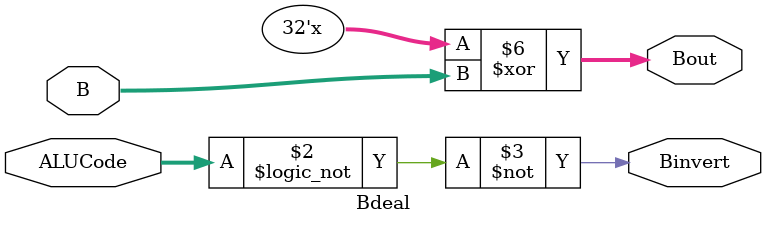
<source format=v>
module Bdeal(B, ALUCode, Bout, Binvert);

input[31:0] B;
input[3:0] ALUCode;
output reg[31:0] Bout;
output reg Binvert;
reg [31:0] tempt;
always	@(*) begin
	Binvert <=~(ALUCode==4'b0);
	tempt <= (Binvert==1)?32'hffffffff:32'h00000000;
	Bout <= tempt^B;										//Binvert xor B
end
endmodule
</source>
